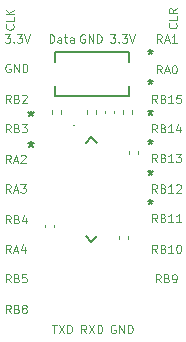
<source format=gbr>
%TF.GenerationSoftware,KiCad,Pcbnew,8.0.5*%
%TF.CreationDate,2025-01-09T20:32:44-08:00*%
%TF.ProjectId,PIC32Flex,50494333-3246-46c6-9578-2e6b69636164,rev?*%
%TF.SameCoordinates,Original*%
%TF.FileFunction,Legend,Top*%
%TF.FilePolarity,Positive*%
%FSLAX46Y46*%
G04 Gerber Fmt 4.6, Leading zero omitted, Abs format (unit mm)*
G04 Created by KiCad (PCBNEW 8.0.5) date 2025-01-09 20:32:44*
%MOMM*%
%LPD*%
G01*
G04 APERTURE LIST*
%ADD10C,0.100000*%
%ADD11C,0.150000*%
%ADD12C,0.120000*%
%ADD13C,0.152400*%
G04 APERTURE END LIST*
D10*
X99532455Y-89409133D02*
X99299122Y-89075800D01*
X99132455Y-89409133D02*
X99132455Y-88709133D01*
X99132455Y-88709133D02*
X99399122Y-88709133D01*
X99399122Y-88709133D02*
X99465789Y-88742466D01*
X99465789Y-88742466D02*
X99499122Y-88775800D01*
X99499122Y-88775800D02*
X99532455Y-88842466D01*
X99532455Y-88842466D02*
X99532455Y-88942466D01*
X99532455Y-88942466D02*
X99499122Y-89009133D01*
X99499122Y-89009133D02*
X99465789Y-89042466D01*
X99465789Y-89042466D02*
X99399122Y-89075800D01*
X99399122Y-89075800D02*
X99132455Y-89075800D01*
X100065789Y-89042466D02*
X100165789Y-89075800D01*
X100165789Y-89075800D02*
X100199122Y-89109133D01*
X100199122Y-89109133D02*
X100232455Y-89175800D01*
X100232455Y-89175800D02*
X100232455Y-89275800D01*
X100232455Y-89275800D02*
X100199122Y-89342466D01*
X100199122Y-89342466D02*
X100165789Y-89375800D01*
X100165789Y-89375800D02*
X100099122Y-89409133D01*
X100099122Y-89409133D02*
X99832455Y-89409133D01*
X99832455Y-89409133D02*
X99832455Y-88709133D01*
X99832455Y-88709133D02*
X100065789Y-88709133D01*
X100065789Y-88709133D02*
X100132455Y-88742466D01*
X100132455Y-88742466D02*
X100165789Y-88775800D01*
X100165789Y-88775800D02*
X100199122Y-88842466D01*
X100199122Y-88842466D02*
X100199122Y-88909133D01*
X100199122Y-88909133D02*
X100165789Y-88975800D01*
X100165789Y-88975800D02*
X100132455Y-89009133D01*
X100132455Y-89009133D02*
X100065789Y-89042466D01*
X100065789Y-89042466D02*
X99832455Y-89042466D01*
X100832455Y-88942466D02*
X100832455Y-89409133D01*
X100665789Y-88675800D02*
X100499122Y-89175800D01*
X100499122Y-89175800D02*
X100932455Y-89175800D01*
X107965789Y-73409133D02*
X108399122Y-73409133D01*
X108399122Y-73409133D02*
X108165789Y-73675800D01*
X108165789Y-73675800D02*
X108265789Y-73675800D01*
X108265789Y-73675800D02*
X108332455Y-73709133D01*
X108332455Y-73709133D02*
X108365789Y-73742466D01*
X108365789Y-73742466D02*
X108399122Y-73809133D01*
X108399122Y-73809133D02*
X108399122Y-73975800D01*
X108399122Y-73975800D02*
X108365789Y-74042466D01*
X108365789Y-74042466D02*
X108332455Y-74075800D01*
X108332455Y-74075800D02*
X108265789Y-74109133D01*
X108265789Y-74109133D02*
X108065789Y-74109133D01*
X108065789Y-74109133D02*
X107999122Y-74075800D01*
X107999122Y-74075800D02*
X107965789Y-74042466D01*
X108699122Y-74042466D02*
X108732456Y-74075800D01*
X108732456Y-74075800D02*
X108699122Y-74109133D01*
X108699122Y-74109133D02*
X108665789Y-74075800D01*
X108665789Y-74075800D02*
X108699122Y-74042466D01*
X108699122Y-74042466D02*
X108699122Y-74109133D01*
X108965789Y-73409133D02*
X109399122Y-73409133D01*
X109399122Y-73409133D02*
X109165789Y-73675800D01*
X109165789Y-73675800D02*
X109265789Y-73675800D01*
X109265789Y-73675800D02*
X109332455Y-73709133D01*
X109332455Y-73709133D02*
X109365789Y-73742466D01*
X109365789Y-73742466D02*
X109399122Y-73809133D01*
X109399122Y-73809133D02*
X109399122Y-73975800D01*
X109399122Y-73975800D02*
X109365789Y-74042466D01*
X109365789Y-74042466D02*
X109332455Y-74075800D01*
X109332455Y-74075800D02*
X109265789Y-74109133D01*
X109265789Y-74109133D02*
X109065789Y-74109133D01*
X109065789Y-74109133D02*
X108999122Y-74075800D01*
X108999122Y-74075800D02*
X108965789Y-74042466D01*
X109599122Y-73409133D02*
X109832456Y-74109133D01*
X109832456Y-74109133D02*
X110065789Y-73409133D01*
X99742466Y-72567544D02*
X99775800Y-72600877D01*
X99775800Y-72600877D02*
X99809133Y-72700877D01*
X99809133Y-72700877D02*
X99809133Y-72767544D01*
X99809133Y-72767544D02*
X99775800Y-72867544D01*
X99775800Y-72867544D02*
X99709133Y-72934211D01*
X99709133Y-72934211D02*
X99642466Y-72967544D01*
X99642466Y-72967544D02*
X99509133Y-73000877D01*
X99509133Y-73000877D02*
X99409133Y-73000877D01*
X99409133Y-73000877D02*
X99275800Y-72967544D01*
X99275800Y-72967544D02*
X99209133Y-72934211D01*
X99209133Y-72934211D02*
X99142466Y-72867544D01*
X99142466Y-72867544D02*
X99109133Y-72767544D01*
X99109133Y-72767544D02*
X99109133Y-72700877D01*
X99109133Y-72700877D02*
X99142466Y-72600877D01*
X99142466Y-72600877D02*
X99175800Y-72567544D01*
X99809133Y-71934211D02*
X99809133Y-72267544D01*
X99809133Y-72267544D02*
X99109133Y-72267544D01*
X99809133Y-71700877D02*
X99109133Y-71700877D01*
X99809133Y-71300877D02*
X99409133Y-71600877D01*
X99109133Y-71300877D02*
X99509133Y-71700877D01*
X99532455Y-94409133D02*
X99299122Y-94075800D01*
X99132455Y-94409133D02*
X99132455Y-93709133D01*
X99132455Y-93709133D02*
X99399122Y-93709133D01*
X99399122Y-93709133D02*
X99465789Y-93742466D01*
X99465789Y-93742466D02*
X99499122Y-93775800D01*
X99499122Y-93775800D02*
X99532455Y-93842466D01*
X99532455Y-93842466D02*
X99532455Y-93942466D01*
X99532455Y-93942466D02*
X99499122Y-94009133D01*
X99499122Y-94009133D02*
X99465789Y-94042466D01*
X99465789Y-94042466D02*
X99399122Y-94075800D01*
X99399122Y-94075800D02*
X99132455Y-94075800D01*
X100065789Y-94042466D02*
X100165789Y-94075800D01*
X100165789Y-94075800D02*
X100199122Y-94109133D01*
X100199122Y-94109133D02*
X100232455Y-94175800D01*
X100232455Y-94175800D02*
X100232455Y-94275800D01*
X100232455Y-94275800D02*
X100199122Y-94342466D01*
X100199122Y-94342466D02*
X100165789Y-94375800D01*
X100165789Y-94375800D02*
X100099122Y-94409133D01*
X100099122Y-94409133D02*
X99832455Y-94409133D01*
X99832455Y-94409133D02*
X99832455Y-93709133D01*
X99832455Y-93709133D02*
X100065789Y-93709133D01*
X100065789Y-93709133D02*
X100132455Y-93742466D01*
X100132455Y-93742466D02*
X100165789Y-93775800D01*
X100165789Y-93775800D02*
X100199122Y-93842466D01*
X100199122Y-93842466D02*
X100199122Y-93909133D01*
X100199122Y-93909133D02*
X100165789Y-93975800D01*
X100165789Y-93975800D02*
X100132455Y-94009133D01*
X100132455Y-94009133D02*
X100065789Y-94042466D01*
X100065789Y-94042466D02*
X99832455Y-94042466D01*
X100865789Y-93709133D02*
X100532455Y-93709133D01*
X100532455Y-93709133D02*
X100499122Y-94042466D01*
X100499122Y-94042466D02*
X100532455Y-94009133D01*
X100532455Y-94009133D02*
X100599122Y-93975800D01*
X100599122Y-93975800D02*
X100765789Y-93975800D01*
X100765789Y-93975800D02*
X100832455Y-94009133D01*
X100832455Y-94009133D02*
X100865789Y-94042466D01*
X100865789Y-94042466D02*
X100899122Y-94109133D01*
X100899122Y-94109133D02*
X100899122Y-94275800D01*
X100899122Y-94275800D02*
X100865789Y-94342466D01*
X100865789Y-94342466D02*
X100832455Y-94375800D01*
X100832455Y-94375800D02*
X100765789Y-94409133D01*
X100765789Y-94409133D02*
X100599122Y-94409133D01*
X100599122Y-94409133D02*
X100532455Y-94375800D01*
X100532455Y-94375800D02*
X100499122Y-94342466D01*
D11*
X111379636Y-77169819D02*
X111379636Y-77407914D01*
X111141541Y-77312676D02*
X111379636Y-77407914D01*
X111379636Y-77407914D02*
X111617731Y-77312676D01*
X111236779Y-77598390D02*
X111379636Y-77407914D01*
X111379636Y-77407914D02*
X111522493Y-77598390D01*
D10*
X111932455Y-91909133D02*
X111699122Y-91575800D01*
X111532455Y-91909133D02*
X111532455Y-91209133D01*
X111532455Y-91209133D02*
X111799122Y-91209133D01*
X111799122Y-91209133D02*
X111865789Y-91242466D01*
X111865789Y-91242466D02*
X111899122Y-91275800D01*
X111899122Y-91275800D02*
X111932455Y-91342466D01*
X111932455Y-91342466D02*
X111932455Y-91442466D01*
X111932455Y-91442466D02*
X111899122Y-91509133D01*
X111899122Y-91509133D02*
X111865789Y-91542466D01*
X111865789Y-91542466D02*
X111799122Y-91575800D01*
X111799122Y-91575800D02*
X111532455Y-91575800D01*
X112465789Y-91542466D02*
X112565789Y-91575800D01*
X112565789Y-91575800D02*
X112599122Y-91609133D01*
X112599122Y-91609133D02*
X112632455Y-91675800D01*
X112632455Y-91675800D02*
X112632455Y-91775800D01*
X112632455Y-91775800D02*
X112599122Y-91842466D01*
X112599122Y-91842466D02*
X112565789Y-91875800D01*
X112565789Y-91875800D02*
X112499122Y-91909133D01*
X112499122Y-91909133D02*
X112232455Y-91909133D01*
X112232455Y-91909133D02*
X112232455Y-91209133D01*
X112232455Y-91209133D02*
X112465789Y-91209133D01*
X112465789Y-91209133D02*
X112532455Y-91242466D01*
X112532455Y-91242466D02*
X112565789Y-91275800D01*
X112565789Y-91275800D02*
X112599122Y-91342466D01*
X112599122Y-91342466D02*
X112599122Y-91409133D01*
X112599122Y-91409133D02*
X112565789Y-91475800D01*
X112565789Y-91475800D02*
X112532455Y-91509133D01*
X112532455Y-91509133D02*
X112465789Y-91542466D01*
X112465789Y-91542466D02*
X112232455Y-91542466D01*
X113299122Y-91909133D02*
X112899122Y-91909133D01*
X113099122Y-91909133D02*
X113099122Y-91209133D01*
X113099122Y-91209133D02*
X113032455Y-91309133D01*
X113032455Y-91309133D02*
X112965789Y-91375800D01*
X112965789Y-91375800D02*
X112899122Y-91409133D01*
X113732456Y-91209133D02*
X113799122Y-91209133D01*
X113799122Y-91209133D02*
X113865789Y-91242466D01*
X113865789Y-91242466D02*
X113899122Y-91275800D01*
X113899122Y-91275800D02*
X113932456Y-91342466D01*
X113932456Y-91342466D02*
X113965789Y-91475800D01*
X113965789Y-91475800D02*
X113965789Y-91642466D01*
X113965789Y-91642466D02*
X113932456Y-91775800D01*
X113932456Y-91775800D02*
X113899122Y-91842466D01*
X113899122Y-91842466D02*
X113865789Y-91875800D01*
X113865789Y-91875800D02*
X113799122Y-91909133D01*
X113799122Y-91909133D02*
X113732456Y-91909133D01*
X113732456Y-91909133D02*
X113665789Y-91875800D01*
X113665789Y-91875800D02*
X113632456Y-91842466D01*
X113632456Y-91842466D02*
X113599122Y-91775800D01*
X113599122Y-91775800D02*
X113565789Y-91642466D01*
X113565789Y-91642466D02*
X113565789Y-91475800D01*
X113565789Y-91475800D02*
X113599122Y-91342466D01*
X113599122Y-91342466D02*
X113632456Y-91275800D01*
X113632456Y-91275800D02*
X113665789Y-91242466D01*
X113665789Y-91242466D02*
X113732456Y-91209133D01*
X103032455Y-98009133D02*
X103432455Y-98009133D01*
X103232455Y-98709133D02*
X103232455Y-98009133D01*
X103599122Y-98009133D02*
X104065788Y-98709133D01*
X104065788Y-98009133D02*
X103599122Y-98709133D01*
X104332455Y-98709133D02*
X104332455Y-98009133D01*
X104332455Y-98009133D02*
X104499122Y-98009133D01*
X104499122Y-98009133D02*
X104599122Y-98042466D01*
X104599122Y-98042466D02*
X104665789Y-98109133D01*
X104665789Y-98109133D02*
X104699122Y-98175800D01*
X104699122Y-98175800D02*
X104732455Y-98309133D01*
X104732455Y-98309133D02*
X104732455Y-98409133D01*
X104732455Y-98409133D02*
X104699122Y-98542466D01*
X104699122Y-98542466D02*
X104665789Y-98609133D01*
X104665789Y-98609133D02*
X104599122Y-98675800D01*
X104599122Y-98675800D02*
X104499122Y-98709133D01*
X104499122Y-98709133D02*
X104332455Y-98709133D01*
D11*
X111379636Y-82269819D02*
X111379636Y-82507914D01*
X111141541Y-82412676D02*
X111379636Y-82507914D01*
X111379636Y-82507914D02*
X111617731Y-82412676D01*
X111236779Y-82698390D02*
X111379636Y-82507914D01*
X111379636Y-82507914D02*
X111522493Y-82698390D01*
D10*
X112332455Y-74109133D02*
X112099122Y-73775800D01*
X111932455Y-74109133D02*
X111932455Y-73409133D01*
X111932455Y-73409133D02*
X112199122Y-73409133D01*
X112199122Y-73409133D02*
X112265789Y-73442466D01*
X112265789Y-73442466D02*
X112299122Y-73475800D01*
X112299122Y-73475800D02*
X112332455Y-73542466D01*
X112332455Y-73542466D02*
X112332455Y-73642466D01*
X112332455Y-73642466D02*
X112299122Y-73709133D01*
X112299122Y-73709133D02*
X112265789Y-73742466D01*
X112265789Y-73742466D02*
X112199122Y-73775800D01*
X112199122Y-73775800D02*
X111932455Y-73775800D01*
X112599122Y-73909133D02*
X112932455Y-73909133D01*
X112532455Y-74109133D02*
X112765789Y-73409133D01*
X112765789Y-73409133D02*
X112999122Y-74109133D01*
X113599122Y-74109133D02*
X113199122Y-74109133D01*
X113399122Y-74109133D02*
X113399122Y-73409133D01*
X113399122Y-73409133D02*
X113332455Y-73509133D01*
X113332455Y-73509133D02*
X113265789Y-73575800D01*
X113265789Y-73575800D02*
X113199122Y-73609133D01*
X111932455Y-84209133D02*
X111699122Y-83875800D01*
X111532455Y-84209133D02*
X111532455Y-83509133D01*
X111532455Y-83509133D02*
X111799122Y-83509133D01*
X111799122Y-83509133D02*
X111865789Y-83542466D01*
X111865789Y-83542466D02*
X111899122Y-83575800D01*
X111899122Y-83575800D02*
X111932455Y-83642466D01*
X111932455Y-83642466D02*
X111932455Y-83742466D01*
X111932455Y-83742466D02*
X111899122Y-83809133D01*
X111899122Y-83809133D02*
X111865789Y-83842466D01*
X111865789Y-83842466D02*
X111799122Y-83875800D01*
X111799122Y-83875800D02*
X111532455Y-83875800D01*
X112465789Y-83842466D02*
X112565789Y-83875800D01*
X112565789Y-83875800D02*
X112599122Y-83909133D01*
X112599122Y-83909133D02*
X112632455Y-83975800D01*
X112632455Y-83975800D02*
X112632455Y-84075800D01*
X112632455Y-84075800D02*
X112599122Y-84142466D01*
X112599122Y-84142466D02*
X112565789Y-84175800D01*
X112565789Y-84175800D02*
X112499122Y-84209133D01*
X112499122Y-84209133D02*
X112232455Y-84209133D01*
X112232455Y-84209133D02*
X112232455Y-83509133D01*
X112232455Y-83509133D02*
X112465789Y-83509133D01*
X112465789Y-83509133D02*
X112532455Y-83542466D01*
X112532455Y-83542466D02*
X112565789Y-83575800D01*
X112565789Y-83575800D02*
X112599122Y-83642466D01*
X112599122Y-83642466D02*
X112599122Y-83709133D01*
X112599122Y-83709133D02*
X112565789Y-83775800D01*
X112565789Y-83775800D02*
X112532455Y-83809133D01*
X112532455Y-83809133D02*
X112465789Y-83842466D01*
X112465789Y-83842466D02*
X112232455Y-83842466D01*
X113299122Y-84209133D02*
X112899122Y-84209133D01*
X113099122Y-84209133D02*
X113099122Y-83509133D01*
X113099122Y-83509133D02*
X113032455Y-83609133D01*
X113032455Y-83609133D02*
X112965789Y-83675800D01*
X112965789Y-83675800D02*
X112899122Y-83709133D01*
X113532456Y-83509133D02*
X113965789Y-83509133D01*
X113965789Y-83509133D02*
X113732456Y-83775800D01*
X113732456Y-83775800D02*
X113832456Y-83775800D01*
X113832456Y-83775800D02*
X113899122Y-83809133D01*
X113899122Y-83809133D02*
X113932456Y-83842466D01*
X113932456Y-83842466D02*
X113965789Y-83909133D01*
X113965789Y-83909133D02*
X113965789Y-84075800D01*
X113965789Y-84075800D02*
X113932456Y-84142466D01*
X113932456Y-84142466D02*
X113899122Y-84175800D01*
X113899122Y-84175800D02*
X113832456Y-84209133D01*
X113832456Y-84209133D02*
X113632456Y-84209133D01*
X113632456Y-84209133D02*
X113565789Y-84175800D01*
X113565789Y-84175800D02*
X113532456Y-84142466D01*
X99499122Y-75942466D02*
X99432455Y-75909133D01*
X99432455Y-75909133D02*
X99332455Y-75909133D01*
X99332455Y-75909133D02*
X99232455Y-75942466D01*
X99232455Y-75942466D02*
X99165789Y-76009133D01*
X99165789Y-76009133D02*
X99132455Y-76075800D01*
X99132455Y-76075800D02*
X99099122Y-76209133D01*
X99099122Y-76209133D02*
X99099122Y-76309133D01*
X99099122Y-76309133D02*
X99132455Y-76442466D01*
X99132455Y-76442466D02*
X99165789Y-76509133D01*
X99165789Y-76509133D02*
X99232455Y-76575800D01*
X99232455Y-76575800D02*
X99332455Y-76609133D01*
X99332455Y-76609133D02*
X99399122Y-76609133D01*
X99399122Y-76609133D02*
X99499122Y-76575800D01*
X99499122Y-76575800D02*
X99532455Y-76542466D01*
X99532455Y-76542466D02*
X99532455Y-76309133D01*
X99532455Y-76309133D02*
X99399122Y-76309133D01*
X99832455Y-76609133D02*
X99832455Y-75909133D01*
X99832455Y-75909133D02*
X100232455Y-76609133D01*
X100232455Y-76609133D02*
X100232455Y-75909133D01*
X100565788Y-76609133D02*
X100565788Y-75909133D01*
X100565788Y-75909133D02*
X100732455Y-75909133D01*
X100732455Y-75909133D02*
X100832455Y-75942466D01*
X100832455Y-75942466D02*
X100899122Y-76009133D01*
X100899122Y-76009133D02*
X100932455Y-76075800D01*
X100932455Y-76075800D02*
X100965788Y-76209133D01*
X100965788Y-76209133D02*
X100965788Y-76309133D01*
X100965788Y-76309133D02*
X100932455Y-76442466D01*
X100932455Y-76442466D02*
X100899122Y-76509133D01*
X100899122Y-76509133D02*
X100832455Y-76575800D01*
X100832455Y-76575800D02*
X100732455Y-76609133D01*
X100732455Y-76609133D02*
X100565788Y-76609133D01*
D11*
X111379636Y-79769819D02*
X111379636Y-80007914D01*
X111141541Y-79912676D02*
X111379636Y-80007914D01*
X111379636Y-80007914D02*
X111617731Y-79912676D01*
X111236779Y-80198390D02*
X111379636Y-80007914D01*
X111379636Y-80007914D02*
X111522493Y-80198390D01*
D10*
X102832455Y-74109133D02*
X102832455Y-73409133D01*
X102832455Y-73409133D02*
X102999122Y-73409133D01*
X102999122Y-73409133D02*
X103099122Y-73442466D01*
X103099122Y-73442466D02*
X103165789Y-73509133D01*
X103165789Y-73509133D02*
X103199122Y-73575800D01*
X103199122Y-73575800D02*
X103232455Y-73709133D01*
X103232455Y-73709133D02*
X103232455Y-73809133D01*
X103232455Y-73809133D02*
X103199122Y-73942466D01*
X103199122Y-73942466D02*
X103165789Y-74009133D01*
X103165789Y-74009133D02*
X103099122Y-74075800D01*
X103099122Y-74075800D02*
X102999122Y-74109133D01*
X102999122Y-74109133D02*
X102832455Y-74109133D01*
X103832455Y-74109133D02*
X103832455Y-73742466D01*
X103832455Y-73742466D02*
X103799122Y-73675800D01*
X103799122Y-73675800D02*
X103732455Y-73642466D01*
X103732455Y-73642466D02*
X103599122Y-73642466D01*
X103599122Y-73642466D02*
X103532455Y-73675800D01*
X103832455Y-74075800D02*
X103765789Y-74109133D01*
X103765789Y-74109133D02*
X103599122Y-74109133D01*
X103599122Y-74109133D02*
X103532455Y-74075800D01*
X103532455Y-74075800D02*
X103499122Y-74009133D01*
X103499122Y-74009133D02*
X103499122Y-73942466D01*
X103499122Y-73942466D02*
X103532455Y-73875800D01*
X103532455Y-73875800D02*
X103599122Y-73842466D01*
X103599122Y-73842466D02*
X103765789Y-73842466D01*
X103765789Y-73842466D02*
X103832455Y-73809133D01*
X104065788Y-73642466D02*
X104332455Y-73642466D01*
X104165788Y-73409133D02*
X104165788Y-74009133D01*
X104165788Y-74009133D02*
X104199122Y-74075800D01*
X104199122Y-74075800D02*
X104265788Y-74109133D01*
X104265788Y-74109133D02*
X104332455Y-74109133D01*
X104865788Y-74109133D02*
X104865788Y-73742466D01*
X104865788Y-73742466D02*
X104832455Y-73675800D01*
X104832455Y-73675800D02*
X104765788Y-73642466D01*
X104765788Y-73642466D02*
X104632455Y-73642466D01*
X104632455Y-73642466D02*
X104565788Y-73675800D01*
X104865788Y-74075800D02*
X104799122Y-74109133D01*
X104799122Y-74109133D02*
X104632455Y-74109133D01*
X104632455Y-74109133D02*
X104565788Y-74075800D01*
X104565788Y-74075800D02*
X104532455Y-74009133D01*
X104532455Y-74009133D02*
X104532455Y-73942466D01*
X104532455Y-73942466D02*
X104565788Y-73875800D01*
X104565788Y-73875800D02*
X104632455Y-73842466D01*
X104632455Y-73842466D02*
X104799122Y-73842466D01*
X104799122Y-73842466D02*
X104865788Y-73809133D01*
X112332455Y-76709133D02*
X112099122Y-76375800D01*
X111932455Y-76709133D02*
X111932455Y-76009133D01*
X111932455Y-76009133D02*
X112199122Y-76009133D01*
X112199122Y-76009133D02*
X112265789Y-76042466D01*
X112265789Y-76042466D02*
X112299122Y-76075800D01*
X112299122Y-76075800D02*
X112332455Y-76142466D01*
X112332455Y-76142466D02*
X112332455Y-76242466D01*
X112332455Y-76242466D02*
X112299122Y-76309133D01*
X112299122Y-76309133D02*
X112265789Y-76342466D01*
X112265789Y-76342466D02*
X112199122Y-76375800D01*
X112199122Y-76375800D02*
X111932455Y-76375800D01*
X112599122Y-76509133D02*
X112932455Y-76509133D01*
X112532455Y-76709133D02*
X112765789Y-76009133D01*
X112765789Y-76009133D02*
X112999122Y-76709133D01*
X113365789Y-76009133D02*
X113432455Y-76009133D01*
X113432455Y-76009133D02*
X113499122Y-76042466D01*
X113499122Y-76042466D02*
X113532455Y-76075800D01*
X113532455Y-76075800D02*
X113565789Y-76142466D01*
X113565789Y-76142466D02*
X113599122Y-76275800D01*
X113599122Y-76275800D02*
X113599122Y-76442466D01*
X113599122Y-76442466D02*
X113565789Y-76575800D01*
X113565789Y-76575800D02*
X113532455Y-76642466D01*
X113532455Y-76642466D02*
X113499122Y-76675800D01*
X113499122Y-76675800D02*
X113432455Y-76709133D01*
X113432455Y-76709133D02*
X113365789Y-76709133D01*
X113365789Y-76709133D02*
X113299122Y-76675800D01*
X113299122Y-76675800D02*
X113265789Y-76642466D01*
X113265789Y-76642466D02*
X113232455Y-76575800D01*
X113232455Y-76575800D02*
X113199122Y-76442466D01*
X113199122Y-76442466D02*
X113199122Y-76275800D01*
X113199122Y-76275800D02*
X113232455Y-76142466D01*
X113232455Y-76142466D02*
X113265789Y-76075800D01*
X113265789Y-76075800D02*
X113299122Y-76042466D01*
X113299122Y-76042466D02*
X113365789Y-76009133D01*
X105932455Y-98709133D02*
X105699122Y-98375800D01*
X105532455Y-98709133D02*
X105532455Y-98009133D01*
X105532455Y-98009133D02*
X105799122Y-98009133D01*
X105799122Y-98009133D02*
X105865789Y-98042466D01*
X105865789Y-98042466D02*
X105899122Y-98075800D01*
X105899122Y-98075800D02*
X105932455Y-98142466D01*
X105932455Y-98142466D02*
X105932455Y-98242466D01*
X105932455Y-98242466D02*
X105899122Y-98309133D01*
X105899122Y-98309133D02*
X105865789Y-98342466D01*
X105865789Y-98342466D02*
X105799122Y-98375800D01*
X105799122Y-98375800D02*
X105532455Y-98375800D01*
X106165789Y-98009133D02*
X106632455Y-98709133D01*
X106632455Y-98009133D02*
X106165789Y-98709133D01*
X106899122Y-98709133D02*
X106899122Y-98009133D01*
X106899122Y-98009133D02*
X107065789Y-98009133D01*
X107065789Y-98009133D02*
X107165789Y-98042466D01*
X107165789Y-98042466D02*
X107232456Y-98109133D01*
X107232456Y-98109133D02*
X107265789Y-98175800D01*
X107265789Y-98175800D02*
X107299122Y-98309133D01*
X107299122Y-98309133D02*
X107299122Y-98409133D01*
X107299122Y-98409133D02*
X107265789Y-98542466D01*
X107265789Y-98542466D02*
X107232456Y-98609133D01*
X107232456Y-98609133D02*
X107165789Y-98675800D01*
X107165789Y-98675800D02*
X107065789Y-98709133D01*
X107065789Y-98709133D02*
X106899122Y-98709133D01*
D11*
X101279636Y-82469819D02*
X101279636Y-82707914D01*
X101041541Y-82612676D02*
X101279636Y-82707914D01*
X101279636Y-82707914D02*
X101517731Y-82612676D01*
X101136779Y-82898390D02*
X101279636Y-82707914D01*
X101279636Y-82707914D02*
X101422493Y-82898390D01*
D10*
X99532455Y-97009133D02*
X99299122Y-96675800D01*
X99132455Y-97009133D02*
X99132455Y-96309133D01*
X99132455Y-96309133D02*
X99399122Y-96309133D01*
X99399122Y-96309133D02*
X99465789Y-96342466D01*
X99465789Y-96342466D02*
X99499122Y-96375800D01*
X99499122Y-96375800D02*
X99532455Y-96442466D01*
X99532455Y-96442466D02*
X99532455Y-96542466D01*
X99532455Y-96542466D02*
X99499122Y-96609133D01*
X99499122Y-96609133D02*
X99465789Y-96642466D01*
X99465789Y-96642466D02*
X99399122Y-96675800D01*
X99399122Y-96675800D02*
X99132455Y-96675800D01*
X100065789Y-96642466D02*
X100165789Y-96675800D01*
X100165789Y-96675800D02*
X100199122Y-96709133D01*
X100199122Y-96709133D02*
X100232455Y-96775800D01*
X100232455Y-96775800D02*
X100232455Y-96875800D01*
X100232455Y-96875800D02*
X100199122Y-96942466D01*
X100199122Y-96942466D02*
X100165789Y-96975800D01*
X100165789Y-96975800D02*
X100099122Y-97009133D01*
X100099122Y-97009133D02*
X99832455Y-97009133D01*
X99832455Y-97009133D02*
X99832455Y-96309133D01*
X99832455Y-96309133D02*
X100065789Y-96309133D01*
X100065789Y-96309133D02*
X100132455Y-96342466D01*
X100132455Y-96342466D02*
X100165789Y-96375800D01*
X100165789Y-96375800D02*
X100199122Y-96442466D01*
X100199122Y-96442466D02*
X100199122Y-96509133D01*
X100199122Y-96509133D02*
X100165789Y-96575800D01*
X100165789Y-96575800D02*
X100132455Y-96609133D01*
X100132455Y-96609133D02*
X100065789Y-96642466D01*
X100065789Y-96642466D02*
X99832455Y-96642466D01*
X100632455Y-96609133D02*
X100565789Y-96575800D01*
X100565789Y-96575800D02*
X100532455Y-96542466D01*
X100532455Y-96542466D02*
X100499122Y-96475800D01*
X100499122Y-96475800D02*
X100499122Y-96442466D01*
X100499122Y-96442466D02*
X100532455Y-96375800D01*
X100532455Y-96375800D02*
X100565789Y-96342466D01*
X100565789Y-96342466D02*
X100632455Y-96309133D01*
X100632455Y-96309133D02*
X100765789Y-96309133D01*
X100765789Y-96309133D02*
X100832455Y-96342466D01*
X100832455Y-96342466D02*
X100865789Y-96375800D01*
X100865789Y-96375800D02*
X100899122Y-96442466D01*
X100899122Y-96442466D02*
X100899122Y-96475800D01*
X100899122Y-96475800D02*
X100865789Y-96542466D01*
X100865789Y-96542466D02*
X100832455Y-96575800D01*
X100832455Y-96575800D02*
X100765789Y-96609133D01*
X100765789Y-96609133D02*
X100632455Y-96609133D01*
X100632455Y-96609133D02*
X100565789Y-96642466D01*
X100565789Y-96642466D02*
X100532455Y-96675800D01*
X100532455Y-96675800D02*
X100499122Y-96742466D01*
X100499122Y-96742466D02*
X100499122Y-96875800D01*
X100499122Y-96875800D02*
X100532455Y-96942466D01*
X100532455Y-96942466D02*
X100565789Y-96975800D01*
X100565789Y-96975800D02*
X100632455Y-97009133D01*
X100632455Y-97009133D02*
X100765789Y-97009133D01*
X100765789Y-97009133D02*
X100832455Y-96975800D01*
X100832455Y-96975800D02*
X100865789Y-96942466D01*
X100865789Y-96942466D02*
X100899122Y-96875800D01*
X100899122Y-96875800D02*
X100899122Y-96742466D01*
X100899122Y-96742466D02*
X100865789Y-96675800D01*
X100865789Y-96675800D02*
X100832455Y-96642466D01*
X100832455Y-96642466D02*
X100765789Y-96609133D01*
X108399122Y-98042466D02*
X108332455Y-98009133D01*
X108332455Y-98009133D02*
X108232455Y-98009133D01*
X108232455Y-98009133D02*
X108132455Y-98042466D01*
X108132455Y-98042466D02*
X108065789Y-98109133D01*
X108065789Y-98109133D02*
X108032455Y-98175800D01*
X108032455Y-98175800D02*
X107999122Y-98309133D01*
X107999122Y-98309133D02*
X107999122Y-98409133D01*
X107999122Y-98409133D02*
X108032455Y-98542466D01*
X108032455Y-98542466D02*
X108065789Y-98609133D01*
X108065789Y-98609133D02*
X108132455Y-98675800D01*
X108132455Y-98675800D02*
X108232455Y-98709133D01*
X108232455Y-98709133D02*
X108299122Y-98709133D01*
X108299122Y-98709133D02*
X108399122Y-98675800D01*
X108399122Y-98675800D02*
X108432455Y-98642466D01*
X108432455Y-98642466D02*
X108432455Y-98409133D01*
X108432455Y-98409133D02*
X108299122Y-98409133D01*
X108732455Y-98709133D02*
X108732455Y-98009133D01*
X108732455Y-98009133D02*
X109132455Y-98709133D01*
X109132455Y-98709133D02*
X109132455Y-98009133D01*
X109465788Y-98709133D02*
X109465788Y-98009133D01*
X109465788Y-98009133D02*
X109632455Y-98009133D01*
X109632455Y-98009133D02*
X109732455Y-98042466D01*
X109732455Y-98042466D02*
X109799122Y-98109133D01*
X109799122Y-98109133D02*
X109832455Y-98175800D01*
X109832455Y-98175800D02*
X109865788Y-98309133D01*
X109865788Y-98309133D02*
X109865788Y-98409133D01*
X109865788Y-98409133D02*
X109832455Y-98542466D01*
X109832455Y-98542466D02*
X109799122Y-98609133D01*
X109799122Y-98609133D02*
X109732455Y-98675800D01*
X109732455Y-98675800D02*
X109632455Y-98709133D01*
X109632455Y-98709133D02*
X109465788Y-98709133D01*
X99532455Y-91909133D02*
X99299122Y-91575800D01*
X99132455Y-91909133D02*
X99132455Y-91209133D01*
X99132455Y-91209133D02*
X99399122Y-91209133D01*
X99399122Y-91209133D02*
X99465789Y-91242466D01*
X99465789Y-91242466D02*
X99499122Y-91275800D01*
X99499122Y-91275800D02*
X99532455Y-91342466D01*
X99532455Y-91342466D02*
X99532455Y-91442466D01*
X99532455Y-91442466D02*
X99499122Y-91509133D01*
X99499122Y-91509133D02*
X99465789Y-91542466D01*
X99465789Y-91542466D02*
X99399122Y-91575800D01*
X99399122Y-91575800D02*
X99132455Y-91575800D01*
X99799122Y-91709133D02*
X100132455Y-91709133D01*
X99732455Y-91909133D02*
X99965789Y-91209133D01*
X99965789Y-91209133D02*
X100199122Y-91909133D01*
X100732455Y-91442466D02*
X100732455Y-91909133D01*
X100565789Y-91175800D02*
X100399122Y-91675800D01*
X100399122Y-91675800D02*
X100832455Y-91675800D01*
X111932455Y-79209133D02*
X111699122Y-78875800D01*
X111532455Y-79209133D02*
X111532455Y-78509133D01*
X111532455Y-78509133D02*
X111799122Y-78509133D01*
X111799122Y-78509133D02*
X111865789Y-78542466D01*
X111865789Y-78542466D02*
X111899122Y-78575800D01*
X111899122Y-78575800D02*
X111932455Y-78642466D01*
X111932455Y-78642466D02*
X111932455Y-78742466D01*
X111932455Y-78742466D02*
X111899122Y-78809133D01*
X111899122Y-78809133D02*
X111865789Y-78842466D01*
X111865789Y-78842466D02*
X111799122Y-78875800D01*
X111799122Y-78875800D02*
X111532455Y-78875800D01*
X112465789Y-78842466D02*
X112565789Y-78875800D01*
X112565789Y-78875800D02*
X112599122Y-78909133D01*
X112599122Y-78909133D02*
X112632455Y-78975800D01*
X112632455Y-78975800D02*
X112632455Y-79075800D01*
X112632455Y-79075800D02*
X112599122Y-79142466D01*
X112599122Y-79142466D02*
X112565789Y-79175800D01*
X112565789Y-79175800D02*
X112499122Y-79209133D01*
X112499122Y-79209133D02*
X112232455Y-79209133D01*
X112232455Y-79209133D02*
X112232455Y-78509133D01*
X112232455Y-78509133D02*
X112465789Y-78509133D01*
X112465789Y-78509133D02*
X112532455Y-78542466D01*
X112532455Y-78542466D02*
X112565789Y-78575800D01*
X112565789Y-78575800D02*
X112599122Y-78642466D01*
X112599122Y-78642466D02*
X112599122Y-78709133D01*
X112599122Y-78709133D02*
X112565789Y-78775800D01*
X112565789Y-78775800D02*
X112532455Y-78809133D01*
X112532455Y-78809133D02*
X112465789Y-78842466D01*
X112465789Y-78842466D02*
X112232455Y-78842466D01*
X113299122Y-79209133D02*
X112899122Y-79209133D01*
X113099122Y-79209133D02*
X113099122Y-78509133D01*
X113099122Y-78509133D02*
X113032455Y-78609133D01*
X113032455Y-78609133D02*
X112965789Y-78675800D01*
X112965789Y-78675800D02*
X112899122Y-78709133D01*
X113932456Y-78509133D02*
X113599122Y-78509133D01*
X113599122Y-78509133D02*
X113565789Y-78842466D01*
X113565789Y-78842466D02*
X113599122Y-78809133D01*
X113599122Y-78809133D02*
X113665789Y-78775800D01*
X113665789Y-78775800D02*
X113832456Y-78775800D01*
X113832456Y-78775800D02*
X113899122Y-78809133D01*
X113899122Y-78809133D02*
X113932456Y-78842466D01*
X113932456Y-78842466D02*
X113965789Y-78909133D01*
X113965789Y-78909133D02*
X113965789Y-79075800D01*
X113965789Y-79075800D02*
X113932456Y-79142466D01*
X113932456Y-79142466D02*
X113899122Y-79175800D01*
X113899122Y-79175800D02*
X113832456Y-79209133D01*
X113832456Y-79209133D02*
X113665789Y-79209133D01*
X113665789Y-79209133D02*
X113599122Y-79175800D01*
X113599122Y-79175800D02*
X113565789Y-79142466D01*
X99065789Y-73409133D02*
X99499122Y-73409133D01*
X99499122Y-73409133D02*
X99265789Y-73675800D01*
X99265789Y-73675800D02*
X99365789Y-73675800D01*
X99365789Y-73675800D02*
X99432455Y-73709133D01*
X99432455Y-73709133D02*
X99465789Y-73742466D01*
X99465789Y-73742466D02*
X99499122Y-73809133D01*
X99499122Y-73809133D02*
X99499122Y-73975800D01*
X99499122Y-73975800D02*
X99465789Y-74042466D01*
X99465789Y-74042466D02*
X99432455Y-74075800D01*
X99432455Y-74075800D02*
X99365789Y-74109133D01*
X99365789Y-74109133D02*
X99165789Y-74109133D01*
X99165789Y-74109133D02*
X99099122Y-74075800D01*
X99099122Y-74075800D02*
X99065789Y-74042466D01*
X99799122Y-74042466D02*
X99832456Y-74075800D01*
X99832456Y-74075800D02*
X99799122Y-74109133D01*
X99799122Y-74109133D02*
X99765789Y-74075800D01*
X99765789Y-74075800D02*
X99799122Y-74042466D01*
X99799122Y-74042466D02*
X99799122Y-74109133D01*
X100065789Y-73409133D02*
X100499122Y-73409133D01*
X100499122Y-73409133D02*
X100265789Y-73675800D01*
X100265789Y-73675800D02*
X100365789Y-73675800D01*
X100365789Y-73675800D02*
X100432455Y-73709133D01*
X100432455Y-73709133D02*
X100465789Y-73742466D01*
X100465789Y-73742466D02*
X100499122Y-73809133D01*
X100499122Y-73809133D02*
X100499122Y-73975800D01*
X100499122Y-73975800D02*
X100465789Y-74042466D01*
X100465789Y-74042466D02*
X100432455Y-74075800D01*
X100432455Y-74075800D02*
X100365789Y-74109133D01*
X100365789Y-74109133D02*
X100165789Y-74109133D01*
X100165789Y-74109133D02*
X100099122Y-74075800D01*
X100099122Y-74075800D02*
X100065789Y-74042466D01*
X100699122Y-73409133D02*
X100932456Y-74109133D01*
X100932456Y-74109133D02*
X101165789Y-73409133D01*
X111932455Y-89309133D02*
X111699122Y-88975800D01*
X111532455Y-89309133D02*
X111532455Y-88609133D01*
X111532455Y-88609133D02*
X111799122Y-88609133D01*
X111799122Y-88609133D02*
X111865789Y-88642466D01*
X111865789Y-88642466D02*
X111899122Y-88675800D01*
X111899122Y-88675800D02*
X111932455Y-88742466D01*
X111932455Y-88742466D02*
X111932455Y-88842466D01*
X111932455Y-88842466D02*
X111899122Y-88909133D01*
X111899122Y-88909133D02*
X111865789Y-88942466D01*
X111865789Y-88942466D02*
X111799122Y-88975800D01*
X111799122Y-88975800D02*
X111532455Y-88975800D01*
X112465789Y-88942466D02*
X112565789Y-88975800D01*
X112565789Y-88975800D02*
X112599122Y-89009133D01*
X112599122Y-89009133D02*
X112632455Y-89075800D01*
X112632455Y-89075800D02*
X112632455Y-89175800D01*
X112632455Y-89175800D02*
X112599122Y-89242466D01*
X112599122Y-89242466D02*
X112565789Y-89275800D01*
X112565789Y-89275800D02*
X112499122Y-89309133D01*
X112499122Y-89309133D02*
X112232455Y-89309133D01*
X112232455Y-89309133D02*
X112232455Y-88609133D01*
X112232455Y-88609133D02*
X112465789Y-88609133D01*
X112465789Y-88609133D02*
X112532455Y-88642466D01*
X112532455Y-88642466D02*
X112565789Y-88675800D01*
X112565789Y-88675800D02*
X112599122Y-88742466D01*
X112599122Y-88742466D02*
X112599122Y-88809133D01*
X112599122Y-88809133D02*
X112565789Y-88875800D01*
X112565789Y-88875800D02*
X112532455Y-88909133D01*
X112532455Y-88909133D02*
X112465789Y-88942466D01*
X112465789Y-88942466D02*
X112232455Y-88942466D01*
X113299122Y-89309133D02*
X112899122Y-89309133D01*
X113099122Y-89309133D02*
X113099122Y-88609133D01*
X113099122Y-88609133D02*
X113032455Y-88709133D01*
X113032455Y-88709133D02*
X112965789Y-88775800D01*
X112965789Y-88775800D02*
X112899122Y-88809133D01*
X113965789Y-89309133D02*
X113565789Y-89309133D01*
X113765789Y-89309133D02*
X113765789Y-88609133D01*
X113765789Y-88609133D02*
X113699122Y-88709133D01*
X113699122Y-88709133D02*
X113632456Y-88775800D01*
X113632456Y-88775800D02*
X113565789Y-88809133D01*
X111932455Y-81709133D02*
X111699122Y-81375800D01*
X111532455Y-81709133D02*
X111532455Y-81009133D01*
X111532455Y-81009133D02*
X111799122Y-81009133D01*
X111799122Y-81009133D02*
X111865789Y-81042466D01*
X111865789Y-81042466D02*
X111899122Y-81075800D01*
X111899122Y-81075800D02*
X111932455Y-81142466D01*
X111932455Y-81142466D02*
X111932455Y-81242466D01*
X111932455Y-81242466D02*
X111899122Y-81309133D01*
X111899122Y-81309133D02*
X111865789Y-81342466D01*
X111865789Y-81342466D02*
X111799122Y-81375800D01*
X111799122Y-81375800D02*
X111532455Y-81375800D01*
X112465789Y-81342466D02*
X112565789Y-81375800D01*
X112565789Y-81375800D02*
X112599122Y-81409133D01*
X112599122Y-81409133D02*
X112632455Y-81475800D01*
X112632455Y-81475800D02*
X112632455Y-81575800D01*
X112632455Y-81575800D02*
X112599122Y-81642466D01*
X112599122Y-81642466D02*
X112565789Y-81675800D01*
X112565789Y-81675800D02*
X112499122Y-81709133D01*
X112499122Y-81709133D02*
X112232455Y-81709133D01*
X112232455Y-81709133D02*
X112232455Y-81009133D01*
X112232455Y-81009133D02*
X112465789Y-81009133D01*
X112465789Y-81009133D02*
X112532455Y-81042466D01*
X112532455Y-81042466D02*
X112565789Y-81075800D01*
X112565789Y-81075800D02*
X112599122Y-81142466D01*
X112599122Y-81142466D02*
X112599122Y-81209133D01*
X112599122Y-81209133D02*
X112565789Y-81275800D01*
X112565789Y-81275800D02*
X112532455Y-81309133D01*
X112532455Y-81309133D02*
X112465789Y-81342466D01*
X112465789Y-81342466D02*
X112232455Y-81342466D01*
X113299122Y-81709133D02*
X112899122Y-81709133D01*
X113099122Y-81709133D02*
X113099122Y-81009133D01*
X113099122Y-81009133D02*
X113032455Y-81109133D01*
X113032455Y-81109133D02*
X112965789Y-81175800D01*
X112965789Y-81175800D02*
X112899122Y-81209133D01*
X113899122Y-81242466D02*
X113899122Y-81709133D01*
X113732456Y-80975800D02*
X113565789Y-81475800D01*
X113565789Y-81475800D02*
X113999122Y-81475800D01*
X99532455Y-84309133D02*
X99299122Y-83975800D01*
X99132455Y-84309133D02*
X99132455Y-83609133D01*
X99132455Y-83609133D02*
X99399122Y-83609133D01*
X99399122Y-83609133D02*
X99465789Y-83642466D01*
X99465789Y-83642466D02*
X99499122Y-83675800D01*
X99499122Y-83675800D02*
X99532455Y-83742466D01*
X99532455Y-83742466D02*
X99532455Y-83842466D01*
X99532455Y-83842466D02*
X99499122Y-83909133D01*
X99499122Y-83909133D02*
X99465789Y-83942466D01*
X99465789Y-83942466D02*
X99399122Y-83975800D01*
X99399122Y-83975800D02*
X99132455Y-83975800D01*
X99799122Y-84109133D02*
X100132455Y-84109133D01*
X99732455Y-84309133D02*
X99965789Y-83609133D01*
X99965789Y-83609133D02*
X100199122Y-84309133D01*
X100399122Y-83675800D02*
X100432455Y-83642466D01*
X100432455Y-83642466D02*
X100499122Y-83609133D01*
X100499122Y-83609133D02*
X100665789Y-83609133D01*
X100665789Y-83609133D02*
X100732455Y-83642466D01*
X100732455Y-83642466D02*
X100765789Y-83675800D01*
X100765789Y-83675800D02*
X100799122Y-83742466D01*
X100799122Y-83742466D02*
X100799122Y-83809133D01*
X100799122Y-83809133D02*
X100765789Y-83909133D01*
X100765789Y-83909133D02*
X100365789Y-84309133D01*
X100365789Y-84309133D02*
X100799122Y-84309133D01*
X99532455Y-79209133D02*
X99299122Y-78875800D01*
X99132455Y-79209133D02*
X99132455Y-78509133D01*
X99132455Y-78509133D02*
X99399122Y-78509133D01*
X99399122Y-78509133D02*
X99465789Y-78542466D01*
X99465789Y-78542466D02*
X99499122Y-78575800D01*
X99499122Y-78575800D02*
X99532455Y-78642466D01*
X99532455Y-78642466D02*
X99532455Y-78742466D01*
X99532455Y-78742466D02*
X99499122Y-78809133D01*
X99499122Y-78809133D02*
X99465789Y-78842466D01*
X99465789Y-78842466D02*
X99399122Y-78875800D01*
X99399122Y-78875800D02*
X99132455Y-78875800D01*
X100065789Y-78842466D02*
X100165789Y-78875800D01*
X100165789Y-78875800D02*
X100199122Y-78909133D01*
X100199122Y-78909133D02*
X100232455Y-78975800D01*
X100232455Y-78975800D02*
X100232455Y-79075800D01*
X100232455Y-79075800D02*
X100199122Y-79142466D01*
X100199122Y-79142466D02*
X100165789Y-79175800D01*
X100165789Y-79175800D02*
X100099122Y-79209133D01*
X100099122Y-79209133D02*
X99832455Y-79209133D01*
X99832455Y-79209133D02*
X99832455Y-78509133D01*
X99832455Y-78509133D02*
X100065789Y-78509133D01*
X100065789Y-78509133D02*
X100132455Y-78542466D01*
X100132455Y-78542466D02*
X100165789Y-78575800D01*
X100165789Y-78575800D02*
X100199122Y-78642466D01*
X100199122Y-78642466D02*
X100199122Y-78709133D01*
X100199122Y-78709133D02*
X100165789Y-78775800D01*
X100165789Y-78775800D02*
X100132455Y-78809133D01*
X100132455Y-78809133D02*
X100065789Y-78842466D01*
X100065789Y-78842466D02*
X99832455Y-78842466D01*
X100499122Y-78575800D02*
X100532455Y-78542466D01*
X100532455Y-78542466D02*
X100599122Y-78509133D01*
X100599122Y-78509133D02*
X100765789Y-78509133D01*
X100765789Y-78509133D02*
X100832455Y-78542466D01*
X100832455Y-78542466D02*
X100865789Y-78575800D01*
X100865789Y-78575800D02*
X100899122Y-78642466D01*
X100899122Y-78642466D02*
X100899122Y-78709133D01*
X100899122Y-78709133D02*
X100865789Y-78809133D01*
X100865789Y-78809133D02*
X100465789Y-79209133D01*
X100465789Y-79209133D02*
X100899122Y-79209133D01*
D11*
X111379636Y-74669819D02*
X111379636Y-74907914D01*
X111141541Y-74812676D02*
X111379636Y-74907914D01*
X111379636Y-74907914D02*
X111617731Y-74812676D01*
X111236779Y-75098390D02*
X111379636Y-74907914D01*
X111379636Y-74907914D02*
X111522493Y-75098390D01*
X101279636Y-79869819D02*
X101279636Y-80107914D01*
X101041541Y-80012676D02*
X101279636Y-80107914D01*
X101279636Y-80107914D02*
X101517731Y-80012676D01*
X101136779Y-80298390D02*
X101279636Y-80107914D01*
X101279636Y-80107914D02*
X101422493Y-80298390D01*
X111379636Y-84869819D02*
X111379636Y-85107914D01*
X111141541Y-85012676D02*
X111379636Y-85107914D01*
X111379636Y-85107914D02*
X111617731Y-85012676D01*
X111236779Y-85298390D02*
X111379636Y-85107914D01*
X111379636Y-85107914D02*
X111522493Y-85298390D01*
D10*
X112232455Y-94409133D02*
X111999122Y-94075800D01*
X111832455Y-94409133D02*
X111832455Y-93709133D01*
X111832455Y-93709133D02*
X112099122Y-93709133D01*
X112099122Y-93709133D02*
X112165789Y-93742466D01*
X112165789Y-93742466D02*
X112199122Y-93775800D01*
X112199122Y-93775800D02*
X112232455Y-93842466D01*
X112232455Y-93842466D02*
X112232455Y-93942466D01*
X112232455Y-93942466D02*
X112199122Y-94009133D01*
X112199122Y-94009133D02*
X112165789Y-94042466D01*
X112165789Y-94042466D02*
X112099122Y-94075800D01*
X112099122Y-94075800D02*
X111832455Y-94075800D01*
X112765789Y-94042466D02*
X112865789Y-94075800D01*
X112865789Y-94075800D02*
X112899122Y-94109133D01*
X112899122Y-94109133D02*
X112932455Y-94175800D01*
X112932455Y-94175800D02*
X112932455Y-94275800D01*
X112932455Y-94275800D02*
X112899122Y-94342466D01*
X112899122Y-94342466D02*
X112865789Y-94375800D01*
X112865789Y-94375800D02*
X112799122Y-94409133D01*
X112799122Y-94409133D02*
X112532455Y-94409133D01*
X112532455Y-94409133D02*
X112532455Y-93709133D01*
X112532455Y-93709133D02*
X112765789Y-93709133D01*
X112765789Y-93709133D02*
X112832455Y-93742466D01*
X112832455Y-93742466D02*
X112865789Y-93775800D01*
X112865789Y-93775800D02*
X112899122Y-93842466D01*
X112899122Y-93842466D02*
X112899122Y-93909133D01*
X112899122Y-93909133D02*
X112865789Y-93975800D01*
X112865789Y-93975800D02*
X112832455Y-94009133D01*
X112832455Y-94009133D02*
X112765789Y-94042466D01*
X112765789Y-94042466D02*
X112532455Y-94042466D01*
X113265789Y-94409133D02*
X113399122Y-94409133D01*
X113399122Y-94409133D02*
X113465789Y-94375800D01*
X113465789Y-94375800D02*
X113499122Y-94342466D01*
X113499122Y-94342466D02*
X113565789Y-94242466D01*
X113565789Y-94242466D02*
X113599122Y-94109133D01*
X113599122Y-94109133D02*
X113599122Y-93842466D01*
X113599122Y-93842466D02*
X113565789Y-93775800D01*
X113565789Y-93775800D02*
X113532455Y-93742466D01*
X113532455Y-93742466D02*
X113465789Y-93709133D01*
X113465789Y-93709133D02*
X113332455Y-93709133D01*
X113332455Y-93709133D02*
X113265789Y-93742466D01*
X113265789Y-93742466D02*
X113232455Y-93775800D01*
X113232455Y-93775800D02*
X113199122Y-93842466D01*
X113199122Y-93842466D02*
X113199122Y-94009133D01*
X113199122Y-94009133D02*
X113232455Y-94075800D01*
X113232455Y-94075800D02*
X113265789Y-94109133D01*
X113265789Y-94109133D02*
X113332455Y-94142466D01*
X113332455Y-94142466D02*
X113465789Y-94142466D01*
X113465789Y-94142466D02*
X113532455Y-94109133D01*
X113532455Y-94109133D02*
X113565789Y-94075800D01*
X113565789Y-94075800D02*
X113599122Y-94009133D01*
X99532455Y-81709133D02*
X99299122Y-81375800D01*
X99132455Y-81709133D02*
X99132455Y-81009133D01*
X99132455Y-81009133D02*
X99399122Y-81009133D01*
X99399122Y-81009133D02*
X99465789Y-81042466D01*
X99465789Y-81042466D02*
X99499122Y-81075800D01*
X99499122Y-81075800D02*
X99532455Y-81142466D01*
X99532455Y-81142466D02*
X99532455Y-81242466D01*
X99532455Y-81242466D02*
X99499122Y-81309133D01*
X99499122Y-81309133D02*
X99465789Y-81342466D01*
X99465789Y-81342466D02*
X99399122Y-81375800D01*
X99399122Y-81375800D02*
X99132455Y-81375800D01*
X100065789Y-81342466D02*
X100165789Y-81375800D01*
X100165789Y-81375800D02*
X100199122Y-81409133D01*
X100199122Y-81409133D02*
X100232455Y-81475800D01*
X100232455Y-81475800D02*
X100232455Y-81575800D01*
X100232455Y-81575800D02*
X100199122Y-81642466D01*
X100199122Y-81642466D02*
X100165789Y-81675800D01*
X100165789Y-81675800D02*
X100099122Y-81709133D01*
X100099122Y-81709133D02*
X99832455Y-81709133D01*
X99832455Y-81709133D02*
X99832455Y-81009133D01*
X99832455Y-81009133D02*
X100065789Y-81009133D01*
X100065789Y-81009133D02*
X100132455Y-81042466D01*
X100132455Y-81042466D02*
X100165789Y-81075800D01*
X100165789Y-81075800D02*
X100199122Y-81142466D01*
X100199122Y-81142466D02*
X100199122Y-81209133D01*
X100199122Y-81209133D02*
X100165789Y-81275800D01*
X100165789Y-81275800D02*
X100132455Y-81309133D01*
X100132455Y-81309133D02*
X100065789Y-81342466D01*
X100065789Y-81342466D02*
X99832455Y-81342466D01*
X100465789Y-81009133D02*
X100899122Y-81009133D01*
X100899122Y-81009133D02*
X100665789Y-81275800D01*
X100665789Y-81275800D02*
X100765789Y-81275800D01*
X100765789Y-81275800D02*
X100832455Y-81309133D01*
X100832455Y-81309133D02*
X100865789Y-81342466D01*
X100865789Y-81342466D02*
X100899122Y-81409133D01*
X100899122Y-81409133D02*
X100899122Y-81575800D01*
X100899122Y-81575800D02*
X100865789Y-81642466D01*
X100865789Y-81642466D02*
X100832455Y-81675800D01*
X100832455Y-81675800D02*
X100765789Y-81709133D01*
X100765789Y-81709133D02*
X100565789Y-81709133D01*
X100565789Y-81709133D02*
X100499122Y-81675800D01*
X100499122Y-81675800D02*
X100465789Y-81642466D01*
X113542466Y-72467544D02*
X113575800Y-72500877D01*
X113575800Y-72500877D02*
X113609133Y-72600877D01*
X113609133Y-72600877D02*
X113609133Y-72667544D01*
X113609133Y-72667544D02*
X113575800Y-72767544D01*
X113575800Y-72767544D02*
X113509133Y-72834211D01*
X113509133Y-72834211D02*
X113442466Y-72867544D01*
X113442466Y-72867544D02*
X113309133Y-72900877D01*
X113309133Y-72900877D02*
X113209133Y-72900877D01*
X113209133Y-72900877D02*
X113075800Y-72867544D01*
X113075800Y-72867544D02*
X113009133Y-72834211D01*
X113009133Y-72834211D02*
X112942466Y-72767544D01*
X112942466Y-72767544D02*
X112909133Y-72667544D01*
X112909133Y-72667544D02*
X112909133Y-72600877D01*
X112909133Y-72600877D02*
X112942466Y-72500877D01*
X112942466Y-72500877D02*
X112975800Y-72467544D01*
X113609133Y-71834211D02*
X113609133Y-72167544D01*
X113609133Y-72167544D02*
X112909133Y-72167544D01*
X113609133Y-71200877D02*
X113275800Y-71434210D01*
X113609133Y-71600877D02*
X112909133Y-71600877D01*
X112909133Y-71600877D02*
X112909133Y-71334210D01*
X112909133Y-71334210D02*
X112942466Y-71267544D01*
X112942466Y-71267544D02*
X112975800Y-71234210D01*
X112975800Y-71234210D02*
X113042466Y-71200877D01*
X113042466Y-71200877D02*
X113142466Y-71200877D01*
X113142466Y-71200877D02*
X113209133Y-71234210D01*
X113209133Y-71234210D02*
X113242466Y-71267544D01*
X113242466Y-71267544D02*
X113275800Y-71334210D01*
X113275800Y-71334210D02*
X113275800Y-71600877D01*
X111932455Y-86809133D02*
X111699122Y-86475800D01*
X111532455Y-86809133D02*
X111532455Y-86109133D01*
X111532455Y-86109133D02*
X111799122Y-86109133D01*
X111799122Y-86109133D02*
X111865789Y-86142466D01*
X111865789Y-86142466D02*
X111899122Y-86175800D01*
X111899122Y-86175800D02*
X111932455Y-86242466D01*
X111932455Y-86242466D02*
X111932455Y-86342466D01*
X111932455Y-86342466D02*
X111899122Y-86409133D01*
X111899122Y-86409133D02*
X111865789Y-86442466D01*
X111865789Y-86442466D02*
X111799122Y-86475800D01*
X111799122Y-86475800D02*
X111532455Y-86475800D01*
X112465789Y-86442466D02*
X112565789Y-86475800D01*
X112565789Y-86475800D02*
X112599122Y-86509133D01*
X112599122Y-86509133D02*
X112632455Y-86575800D01*
X112632455Y-86575800D02*
X112632455Y-86675800D01*
X112632455Y-86675800D02*
X112599122Y-86742466D01*
X112599122Y-86742466D02*
X112565789Y-86775800D01*
X112565789Y-86775800D02*
X112499122Y-86809133D01*
X112499122Y-86809133D02*
X112232455Y-86809133D01*
X112232455Y-86809133D02*
X112232455Y-86109133D01*
X112232455Y-86109133D02*
X112465789Y-86109133D01*
X112465789Y-86109133D02*
X112532455Y-86142466D01*
X112532455Y-86142466D02*
X112565789Y-86175800D01*
X112565789Y-86175800D02*
X112599122Y-86242466D01*
X112599122Y-86242466D02*
X112599122Y-86309133D01*
X112599122Y-86309133D02*
X112565789Y-86375800D01*
X112565789Y-86375800D02*
X112532455Y-86409133D01*
X112532455Y-86409133D02*
X112465789Y-86442466D01*
X112465789Y-86442466D02*
X112232455Y-86442466D01*
X113299122Y-86809133D02*
X112899122Y-86809133D01*
X113099122Y-86809133D02*
X113099122Y-86109133D01*
X113099122Y-86109133D02*
X113032455Y-86209133D01*
X113032455Y-86209133D02*
X112965789Y-86275800D01*
X112965789Y-86275800D02*
X112899122Y-86309133D01*
X113565789Y-86175800D02*
X113599122Y-86142466D01*
X113599122Y-86142466D02*
X113665789Y-86109133D01*
X113665789Y-86109133D02*
X113832456Y-86109133D01*
X113832456Y-86109133D02*
X113899122Y-86142466D01*
X113899122Y-86142466D02*
X113932456Y-86175800D01*
X113932456Y-86175800D02*
X113965789Y-86242466D01*
X113965789Y-86242466D02*
X113965789Y-86309133D01*
X113965789Y-86309133D02*
X113932456Y-86409133D01*
X113932456Y-86409133D02*
X113532456Y-86809133D01*
X113532456Y-86809133D02*
X113965789Y-86809133D01*
X99532455Y-86809133D02*
X99299122Y-86475800D01*
X99132455Y-86809133D02*
X99132455Y-86109133D01*
X99132455Y-86109133D02*
X99399122Y-86109133D01*
X99399122Y-86109133D02*
X99465789Y-86142466D01*
X99465789Y-86142466D02*
X99499122Y-86175800D01*
X99499122Y-86175800D02*
X99532455Y-86242466D01*
X99532455Y-86242466D02*
X99532455Y-86342466D01*
X99532455Y-86342466D02*
X99499122Y-86409133D01*
X99499122Y-86409133D02*
X99465789Y-86442466D01*
X99465789Y-86442466D02*
X99399122Y-86475800D01*
X99399122Y-86475800D02*
X99132455Y-86475800D01*
X99799122Y-86609133D02*
X100132455Y-86609133D01*
X99732455Y-86809133D02*
X99965789Y-86109133D01*
X99965789Y-86109133D02*
X100199122Y-86809133D01*
X100365789Y-86109133D02*
X100799122Y-86109133D01*
X100799122Y-86109133D02*
X100565789Y-86375800D01*
X100565789Y-86375800D02*
X100665789Y-86375800D01*
X100665789Y-86375800D02*
X100732455Y-86409133D01*
X100732455Y-86409133D02*
X100765789Y-86442466D01*
X100765789Y-86442466D02*
X100799122Y-86509133D01*
X100799122Y-86509133D02*
X100799122Y-86675800D01*
X100799122Y-86675800D02*
X100765789Y-86742466D01*
X100765789Y-86742466D02*
X100732455Y-86775800D01*
X100732455Y-86775800D02*
X100665789Y-86809133D01*
X100665789Y-86809133D02*
X100465789Y-86809133D01*
X100465789Y-86809133D02*
X100399122Y-86775800D01*
X100399122Y-86775800D02*
X100365789Y-86742466D01*
X105799122Y-73442466D02*
X105732455Y-73409133D01*
X105732455Y-73409133D02*
X105632455Y-73409133D01*
X105632455Y-73409133D02*
X105532455Y-73442466D01*
X105532455Y-73442466D02*
X105465789Y-73509133D01*
X105465789Y-73509133D02*
X105432455Y-73575800D01*
X105432455Y-73575800D02*
X105399122Y-73709133D01*
X105399122Y-73709133D02*
X105399122Y-73809133D01*
X105399122Y-73809133D02*
X105432455Y-73942466D01*
X105432455Y-73942466D02*
X105465789Y-74009133D01*
X105465789Y-74009133D02*
X105532455Y-74075800D01*
X105532455Y-74075800D02*
X105632455Y-74109133D01*
X105632455Y-74109133D02*
X105699122Y-74109133D01*
X105699122Y-74109133D02*
X105799122Y-74075800D01*
X105799122Y-74075800D02*
X105832455Y-74042466D01*
X105832455Y-74042466D02*
X105832455Y-73809133D01*
X105832455Y-73809133D02*
X105699122Y-73809133D01*
X106132455Y-74109133D02*
X106132455Y-73409133D01*
X106132455Y-73409133D02*
X106532455Y-74109133D01*
X106532455Y-74109133D02*
X106532455Y-73409133D01*
X106865788Y-74109133D02*
X106865788Y-73409133D01*
X106865788Y-73409133D02*
X107032455Y-73409133D01*
X107032455Y-73409133D02*
X107132455Y-73442466D01*
X107132455Y-73442466D02*
X107199122Y-73509133D01*
X107199122Y-73509133D02*
X107232455Y-73575800D01*
X107232455Y-73575800D02*
X107265788Y-73709133D01*
X107265788Y-73709133D02*
X107265788Y-73809133D01*
X107265788Y-73809133D02*
X107232455Y-73942466D01*
X107232455Y-73942466D02*
X107199122Y-74009133D01*
X107199122Y-74009133D02*
X107132455Y-74075800D01*
X107132455Y-74075800D02*
X107032455Y-74109133D01*
X107032455Y-74109133D02*
X106865788Y-74109133D01*
D11*
X111379636Y-87369819D02*
X111379636Y-87607914D01*
X111141541Y-87512676D02*
X111379636Y-87607914D01*
X111379636Y-87607914D02*
X111617731Y-87512676D01*
X111236779Y-87798390D02*
X111379636Y-87607914D01*
X111379636Y-87607914D02*
X111522493Y-87798390D01*
D12*
%TO.C,R3*%
X103020000Y-80143641D02*
X103020000Y-79836359D01*
X103780000Y-80143641D02*
X103780000Y-79836359D01*
D13*
%TO.C,SW1*%
X103285800Y-74890400D02*
X103285800Y-75738760D01*
X103285800Y-77801240D02*
X103285800Y-78649600D01*
X103285800Y-78649600D02*
X109534200Y-78649600D01*
X109534200Y-74890400D02*
X103285800Y-74890400D01*
X109534200Y-75738760D02*
X109534200Y-74890400D01*
X109534200Y-78649600D02*
X109534200Y-77801240D01*
D12*
%TO.C,R1*%
X109020000Y-80143641D02*
X109020000Y-79836359D01*
X109780000Y-80143641D02*
X109780000Y-79836359D01*
%TO.C,C2*%
X109600000Y-83517836D02*
X109600000Y-83302164D01*
X110320000Y-83517836D02*
X110320000Y-83302164D01*
D10*
%TO.C,D1*%
X104950000Y-81080000D02*
G75*
G02*
X104850000Y-81080000I-50000J0D01*
G01*
X104850000Y-81080000D02*
G75*
G02*
X104950000Y-81080000I50000J0D01*
G01*
D12*
%TO.C,C3*%
X108720000Y-90512164D02*
X108720000Y-90727836D01*
X109440000Y-90512164D02*
X109440000Y-90727836D01*
D13*
%TO.C,U1*%
X105885963Y-90476531D02*
X106373203Y-90963771D01*
X106373203Y-82127199D02*
X105885965Y-82614437D01*
X106373203Y-90963771D02*
X106860441Y-90476533D01*
X106860443Y-82614439D02*
X106373203Y-82127199D01*
D12*
%TO.C,R2*%
X106020000Y-80143641D02*
X106020000Y-79836359D01*
X106780000Y-80143641D02*
X106780000Y-79836359D01*
%TO.C,C1*%
X103190000Y-89747836D02*
X103190000Y-89532164D01*
X102470000Y-89747836D02*
X102470000Y-89532164D01*
%TO.C,C4*%
X107540000Y-80097836D02*
X107540000Y-79882164D01*
X108260000Y-80097836D02*
X108260000Y-79882164D01*
%TD*%
M02*

</source>
